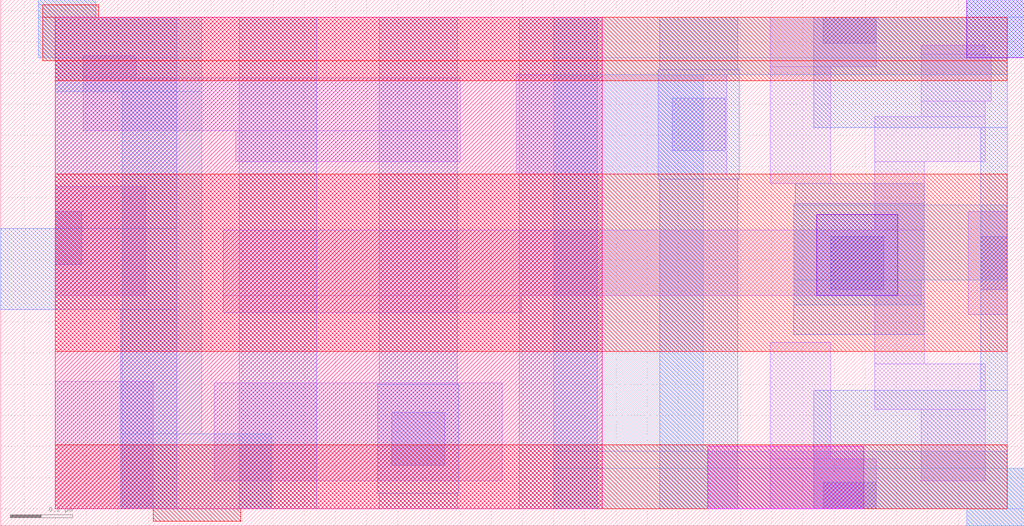
<source format=lef>
# Copyright 2020 The SkyWater PDK Authors
#
# Licensed under the Apache License, Version 2.0 (the "License");
# you may not use this file except in compliance with the License.
# You may obtain a copy of the License at
#
#     https://www.apache.org/licenses/LICENSE-2.0
#
# Unless required by applicable law or agreed to in writing, software
# distributed under the License is distributed on an "AS IS" BASIS,
# WITHOUT WARRANTIES OR CONDITIONS OF ANY KIND, either express or implied.
# See the License for the specific language governing permissions and
# limitations under the License.
#
# SPDX-License-Identifier: Apache-2.0

VERSION 5.7 ;
  NOWIREEXTENSIONATPIN ON ;
  DIVIDERCHAR "/" ;
  BUSBITCHARS "[]" ;
MACRO sky130_fd_bd_sram__sram_dp_swldrv_opt3ai
  CLASS BLOCK ;
  FOREIGN sky130_fd_bd_sram__sram_dp_swldrv_opt3ai ;
  ORIGIN  0.175000  0.055000 ;
  SIZE  3.285000 BY  1.690000 ;
  OBS
    LAYER li1 ;
      RECT 0.000000 0.000000 0.315000 0.410000 ;
      RECT 0.000000 0.685000 0.290000 1.035000 ;
      RECT 0.090000 1.215000 1.300000 1.385000 ;
      RECT 0.090000 1.385000 0.260000 1.455000 ;
      RECT 0.510000 0.090000 1.435000 0.405000 ;
      RECT 0.540000 0.630000 1.495000 0.685000 ;
      RECT 0.540000 0.685000 2.790000 0.895000 ;
      RECT 0.580000 1.115000 1.300000 1.215000 ;
      RECT 1.480000 1.075000 2.155000 1.395000 ;
      RECT 2.295000 0.000000 2.635000 0.160000 ;
      RECT 2.295000 0.160000 2.490000 0.535000 ;
      RECT 2.295000 1.045000 2.490000 1.420000 ;
      RECT 2.295000 1.420000 2.635000 1.580000 ;
      RECT 2.630000 0.320000 2.985000 0.465000 ;
      RECT 2.630000 0.465000 2.790000 0.685000 ;
      RECT 2.630000 0.895000 2.790000 1.115000 ;
      RECT 2.630000 1.115000 2.985000 1.260000 ;
      RECT 2.780000 0.090000 2.985000 0.320000 ;
      RECT 2.780000 1.260000 2.985000 1.310000 ;
      RECT 2.780000 1.310000 3.005000 1.460000 ;
      RECT 2.780000 1.460000 2.985000 1.490000 ;
      RECT 2.930000 0.625000 3.055000 0.955000 ;
    LAYER mcon ;
      RECT 0.000000 0.785000 0.085000 0.955000 ;
      RECT 1.080000 0.140000 1.250000 0.310000 ;
      RECT 1.980000 1.150000 2.150000 1.320000 ;
      RECT 2.465000 0.000000 2.635000 0.085000 ;
      RECT 2.465000 1.495000 2.635000 1.580000 ;
      RECT 2.490000 0.705000 2.660000 0.875000 ;
      RECT 2.970000 0.705000 3.055000 0.875000 ;
    LAYER met1 ;
      RECT -0.175000  0.640000 0.390000 0.900000 ;
      RECT -0.055000  1.450000 0.390000 1.580000 ;
      RECT -0.055000  1.580000 0.130000 1.635000 ;
      RECT  0.000000  0.900000 0.390000 1.450000 ;
      RECT  0.210000  0.000000 0.390000 0.640000 ;
      RECT  0.590000  0.000000 0.840000 1.580000 ;
      RECT  1.035000  0.050000 1.295000 0.400000 ;
      RECT  1.040000  0.000000 1.290000 0.050000 ;
      RECT  1.040000  0.400000 1.290000 1.580000 ;
      RECT  1.490000  0.000000 1.740000 1.580000 ;
      RECT  1.935000  1.060000 2.195000 1.410000 ;
      RECT  1.940000  0.000000 2.190000 1.060000 ;
      RECT  1.940000  1.410000 2.190000 1.580000 ;
      RECT  2.370000  0.560000 2.790000 0.980000 ;
      RECT  2.375000  0.980000 2.790000 1.045000 ;
      RECT  2.435000  0.000000 3.110000 0.130000 ;
      RECT  2.435000  0.130000 3.055000 0.380000 ;
      RECT  2.435000  1.225000 3.055000 1.450000 ;
      RECT  2.435000  1.450000 3.110000 1.580000 ;
      RECT  2.925000 -0.055000 3.110000 0.000000 ;
      RECT  2.925000  1.580000 3.110000 1.635000 ;
      RECT  2.970000  0.380000 3.055000 1.225000 ;
    LAYER met2 ;
      RECT -0.055000  1.450000 0.470000 1.580000 ;
      RECT -0.055000  1.580000 0.140000 1.620000 ;
      RECT -0.055000  1.620000 0.130000 1.635000 ;
      RECT -0.040000  1.440000 0.470000 1.450000 ;
      RECT  0.000000  1.340000 0.470000 1.440000 ;
      RECT  0.215000  0.000000 0.695000 0.240000 ;
      RECT  0.215000  0.240000 0.470000 1.340000 ;
      RECT  0.315000 -0.040000 0.595000 0.000000 ;
      RECT  1.600000  0.000000 3.110000 0.130000 ;
      RECT  1.600000  0.130000 3.055000 0.185000 ;
      RECT  1.600000  0.185000 2.080000 1.395000 ;
      RECT  1.600000  1.395000 3.055000 1.450000 ;
      RECT  1.600000  1.450000 3.110000 1.580000 ;
      RECT  2.370000  0.655000 2.780000 0.735000 ;
      RECT  2.370000  0.735000 3.055000 0.975000 ;
      RECT  2.925000 -0.055000 3.110000 0.000000 ;
      RECT  2.925000  1.580000 3.110000 1.635000 ;
    LAYER met3 ;
      RECT -0.040000  1.440000 3.055000 1.580000 ;
      RECT -0.040000  1.580000 0.140000 1.620000 ;
      RECT  0.000000  0.000000 3.055000 0.205000 ;
      RECT  0.000000  0.505000 3.055000 1.075000 ;
      RECT  0.000000  1.375000 3.055000 1.440000 ;
      RECT  0.315000 -0.040000 0.595000 0.000000 ;
    LAYER nwell ;
      RECT 0.000000 0.000000 1.755000 1.580000 ;
    LAYER pwell ;
      RECT 2.095000 0.000000 2.595000 0.200000 ;
    LAYER via ;
      RECT 2.445000 0.685000 2.705000 0.945000 ;
      RECT 2.925000 1.450000 3.110000 1.635000 ;
  END
END sky130_fd_bd_sram__sram_dp_swldrv_opt3ai
END LIBRARY

</source>
